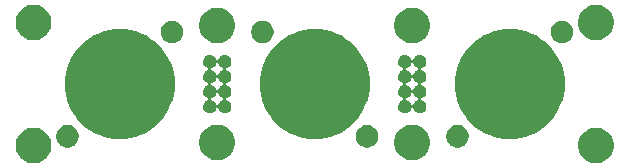
<source format=gbr>
G04 #@! TF.GenerationSoftware,KiCad,Pcbnew,(5.1.4)-1*
G04 #@! TF.CreationDate,2020-08-09T23:36:34-07:00*
G04 #@! TF.ProjectId,SkateLightLEDBoard,536b6174-654c-4696-9768-744c4544426f,rev?*
G04 #@! TF.SameCoordinates,Original*
G04 #@! TF.FileFunction,Soldermask,Bot*
G04 #@! TF.FilePolarity,Negative*
%FSLAX46Y46*%
G04 Gerber Fmt 4.6, Leading zero omitted, Abs format (unit mm)*
G04 Created by KiCad (PCBNEW (5.1.4)-1) date 2020-08-09 23:36:34*
%MOMM*%
%LPD*%
G04 APERTURE LIST*
%ADD10C,0.100000*%
G04 APERTURE END LIST*
D10*
G36*
X24107379Y-3724543D02*
G01*
X24253388Y-3753586D01*
X24528464Y-3867526D01*
X24776025Y-4032941D01*
X24986559Y-4243475D01*
X25151974Y-4491036D01*
X25265914Y-4766112D01*
X25265914Y-4766113D01*
X25318251Y-5029225D01*
X25324000Y-5058130D01*
X25324000Y-5355870D01*
X25265914Y-5647888D01*
X25151974Y-5922964D01*
X24986559Y-6170525D01*
X24776025Y-6381059D01*
X24528464Y-6546474D01*
X24253388Y-6660414D01*
X24107379Y-6689457D01*
X23961371Y-6718500D01*
X23663629Y-6718500D01*
X23517621Y-6689457D01*
X23371612Y-6660414D01*
X23096536Y-6546474D01*
X22848975Y-6381059D01*
X22638441Y-6170525D01*
X22473026Y-5922964D01*
X22359086Y-5647888D01*
X22301000Y-5355870D01*
X22301000Y-5058130D01*
X22306750Y-5029225D01*
X22359086Y-4766113D01*
X22359086Y-4766112D01*
X22473026Y-4491036D01*
X22638441Y-4243475D01*
X22848975Y-4032941D01*
X23096536Y-3867526D01*
X23371612Y-3753586D01*
X23517621Y-3724543D01*
X23663629Y-3695500D01*
X23961371Y-3695500D01*
X24107379Y-3724543D01*
X24107379Y-3724543D01*
G37*
G36*
X-23517621Y-3724543D02*
G01*
X-23371612Y-3753586D01*
X-23096536Y-3867526D01*
X-22848975Y-4032941D01*
X-22638441Y-4243475D01*
X-22473026Y-4491036D01*
X-22359086Y-4766112D01*
X-22359086Y-4766113D01*
X-22306749Y-5029225D01*
X-22301000Y-5058130D01*
X-22301000Y-5355870D01*
X-22359086Y-5647888D01*
X-22473026Y-5922964D01*
X-22638441Y-6170525D01*
X-22848975Y-6381059D01*
X-23096536Y-6546474D01*
X-23371612Y-6660414D01*
X-23517621Y-6689457D01*
X-23663629Y-6718500D01*
X-23961371Y-6718500D01*
X-24107379Y-6689457D01*
X-24253388Y-6660414D01*
X-24528464Y-6546474D01*
X-24776025Y-6381059D01*
X-24986559Y-6170525D01*
X-25151974Y-5922964D01*
X-25265914Y-5647888D01*
X-25324000Y-5355870D01*
X-25324000Y-5058130D01*
X-25318250Y-5029225D01*
X-25265914Y-4766113D01*
X-25265914Y-4766112D01*
X-25151974Y-4491036D01*
X-24986559Y-4243475D01*
X-24776025Y-4032941D01*
X-24528464Y-3867526D01*
X-24253388Y-3753586D01*
X-24107379Y-3724543D01*
X-23961371Y-3695500D01*
X-23663629Y-3695500D01*
X-23517621Y-3724543D01*
X-23517621Y-3724543D01*
G37*
G36*
X8549879Y-3470543D02*
G01*
X8695888Y-3499586D01*
X8970964Y-3613526D01*
X9218525Y-3778941D01*
X9429059Y-3989475D01*
X9594474Y-4237036D01*
X9708414Y-4512112D01*
X9766500Y-4804130D01*
X9766500Y-5101870D01*
X9708414Y-5393888D01*
X9594474Y-5668964D01*
X9429059Y-5916525D01*
X9218525Y-6127059D01*
X8970964Y-6292474D01*
X8695888Y-6406414D01*
X8549879Y-6435457D01*
X8403871Y-6464500D01*
X8106129Y-6464500D01*
X7960121Y-6435457D01*
X7814112Y-6406414D01*
X7539036Y-6292474D01*
X7291475Y-6127059D01*
X7080941Y-5916525D01*
X6915526Y-5668964D01*
X6801586Y-5393888D01*
X6743500Y-5101870D01*
X6743500Y-4804130D01*
X6801586Y-4512112D01*
X6915526Y-4237036D01*
X7080941Y-3989475D01*
X7291475Y-3778941D01*
X7539036Y-3613526D01*
X7814112Y-3499586D01*
X7960121Y-3470543D01*
X8106129Y-3441500D01*
X8403871Y-3441500D01*
X8549879Y-3470543D01*
X8549879Y-3470543D01*
G37*
G36*
X-7960121Y-3470543D02*
G01*
X-7814112Y-3499586D01*
X-7539036Y-3613526D01*
X-7291475Y-3778941D01*
X-7080941Y-3989475D01*
X-6915526Y-4237036D01*
X-6801586Y-4512112D01*
X-6743500Y-4804130D01*
X-6743500Y-5101870D01*
X-6801586Y-5393888D01*
X-6915526Y-5668964D01*
X-7080941Y-5916525D01*
X-7291475Y-6127059D01*
X-7539036Y-6292474D01*
X-7814112Y-6406414D01*
X-7960121Y-6435457D01*
X-8106129Y-6464500D01*
X-8403871Y-6464500D01*
X-8549879Y-6435457D01*
X-8695888Y-6406414D01*
X-8970964Y-6292474D01*
X-9218525Y-6127059D01*
X-9429059Y-5916525D01*
X-9594474Y-5668964D01*
X-9708414Y-5393888D01*
X-9766500Y-5101870D01*
X-9766500Y-4804130D01*
X-9708414Y-4512112D01*
X-9594474Y-4237036D01*
X-9429059Y-3989475D01*
X-9218525Y-3778941D01*
X-8970964Y-3613526D01*
X-8695888Y-3499586D01*
X-8549879Y-3470543D01*
X-8403871Y-3441500D01*
X-8106129Y-3441500D01*
X-7960121Y-3470543D01*
X-7960121Y-3470543D01*
G37*
G36*
X4700395Y-3508546D02*
G01*
X4873466Y-3580234D01*
X4873467Y-3580235D01*
X5029227Y-3684310D01*
X5161690Y-3816773D01*
X5161691Y-3816775D01*
X5265766Y-3972534D01*
X5337454Y-4145605D01*
X5374000Y-4329333D01*
X5374000Y-4516667D01*
X5337454Y-4700395D01*
X5265766Y-4873466D01*
X5265765Y-4873467D01*
X5161690Y-5029227D01*
X5029227Y-5161690D01*
X4950818Y-5214081D01*
X4873466Y-5265766D01*
X4700395Y-5337454D01*
X4516667Y-5374000D01*
X4329333Y-5374000D01*
X4145605Y-5337454D01*
X3972534Y-5265766D01*
X3895182Y-5214081D01*
X3816773Y-5161690D01*
X3684310Y-5029227D01*
X3580235Y-4873467D01*
X3580234Y-4873466D01*
X3508546Y-4700395D01*
X3472000Y-4516667D01*
X3472000Y-4329333D01*
X3508546Y-4145605D01*
X3580234Y-3972534D01*
X3684309Y-3816775D01*
X3684310Y-3816773D01*
X3816773Y-3684310D01*
X3972533Y-3580235D01*
X3972534Y-3580234D01*
X4145605Y-3508546D01*
X4329333Y-3472000D01*
X4516667Y-3472000D01*
X4700395Y-3508546D01*
X4700395Y-3508546D01*
G37*
G36*
X12364395Y-3508546D02*
G01*
X12537466Y-3580234D01*
X12537467Y-3580235D01*
X12693227Y-3684310D01*
X12825690Y-3816773D01*
X12825691Y-3816775D01*
X12929766Y-3972534D01*
X13001454Y-4145605D01*
X13038000Y-4329333D01*
X13038000Y-4516667D01*
X13001454Y-4700395D01*
X12929766Y-4873466D01*
X12929765Y-4873467D01*
X12825690Y-5029227D01*
X12693227Y-5161690D01*
X12614818Y-5214081D01*
X12537466Y-5265766D01*
X12364395Y-5337454D01*
X12180667Y-5374000D01*
X11993333Y-5374000D01*
X11809605Y-5337454D01*
X11636534Y-5265766D01*
X11559182Y-5214081D01*
X11480773Y-5161690D01*
X11348310Y-5029227D01*
X11244235Y-4873467D01*
X11244234Y-4873466D01*
X11172546Y-4700395D01*
X11136000Y-4516667D01*
X11136000Y-4329333D01*
X11172546Y-4145605D01*
X11244234Y-3972534D01*
X11348309Y-3816775D01*
X11348310Y-3816773D01*
X11480773Y-3684310D01*
X11636533Y-3580235D01*
X11636534Y-3580234D01*
X11809605Y-3508546D01*
X11993333Y-3472000D01*
X12180667Y-3472000D01*
X12364395Y-3508546D01*
X12364395Y-3508546D01*
G37*
G36*
X-20655605Y-3508546D02*
G01*
X-20482534Y-3580234D01*
X-20482533Y-3580235D01*
X-20326773Y-3684310D01*
X-20194310Y-3816773D01*
X-20194309Y-3816775D01*
X-20090234Y-3972534D01*
X-20018546Y-4145605D01*
X-19982000Y-4329333D01*
X-19982000Y-4516667D01*
X-20018546Y-4700395D01*
X-20090234Y-4873466D01*
X-20090235Y-4873467D01*
X-20194310Y-5029227D01*
X-20326773Y-5161690D01*
X-20405182Y-5214081D01*
X-20482534Y-5265766D01*
X-20655605Y-5337454D01*
X-20839333Y-5374000D01*
X-21026667Y-5374000D01*
X-21210395Y-5337454D01*
X-21383466Y-5265766D01*
X-21460818Y-5214081D01*
X-21539227Y-5161690D01*
X-21671690Y-5029227D01*
X-21775765Y-4873467D01*
X-21775766Y-4873466D01*
X-21847454Y-4700395D01*
X-21884000Y-4516667D01*
X-21884000Y-4329333D01*
X-21847454Y-4145605D01*
X-21775766Y-3972534D01*
X-21671691Y-3816775D01*
X-21671690Y-3816773D01*
X-21539227Y-3684310D01*
X-21383467Y-3580235D01*
X-21383466Y-3580234D01*
X-21210395Y-3508546D01*
X-21026667Y-3472000D01*
X-20839333Y-3472000D01*
X-20655605Y-3508546D01*
X-20655605Y-3508546D01*
G37*
G36*
X-15153354Y4472265D02*
G01*
X-14808291Y4329335D01*
X-14306925Y4121663D01*
X-13756060Y3753586D01*
X-13546445Y3613526D01*
X-13545160Y3612667D01*
X-12897333Y2964840D01*
X-12388337Y2203075D01*
X-12207350Y1766133D01*
X-12037735Y1356646D01*
X-11859000Y458085D01*
X-11859000Y-458085D01*
X-12037735Y-1356646D01*
X-12155192Y-1640211D01*
X-12388337Y-2203075D01*
X-12796087Y-2813315D01*
X-12897332Y-2964839D01*
X-13545161Y-3612668D01*
X-13652381Y-3684310D01*
X-14306925Y-4121663D01*
X-14802751Y-4327041D01*
X-15153354Y-4472265D01*
X-16051915Y-4651000D01*
X-16968085Y-4651000D01*
X-17866646Y-4472265D01*
X-18217249Y-4327041D01*
X-18713075Y-4121663D01*
X-19367619Y-3684310D01*
X-19474839Y-3612668D01*
X-20122668Y-2964839D01*
X-20223913Y-2813315D01*
X-20631663Y-2203075D01*
X-20864808Y-1640211D01*
X-20982265Y-1356646D01*
X-21161000Y-458085D01*
X-21161000Y458085D01*
X-20982265Y1356646D01*
X-20812650Y1766133D01*
X-20631663Y2203075D01*
X-20122667Y2964840D01*
X-19474840Y3612667D01*
X-19473554Y3613526D01*
X-19263940Y3753586D01*
X-18713075Y4121663D01*
X-18211709Y4329335D01*
X-17866646Y4472265D01*
X-16968085Y4651000D01*
X-16051915Y4651000D01*
X-15153354Y4472265D01*
X-15153354Y4472265D01*
G37*
G36*
X17866646Y4472265D02*
G01*
X18211709Y4329335D01*
X18713075Y4121663D01*
X19263940Y3753586D01*
X19473555Y3613526D01*
X19474840Y3612667D01*
X20122667Y2964840D01*
X20631663Y2203075D01*
X20812650Y1766133D01*
X20982265Y1356646D01*
X21161000Y458085D01*
X21161000Y-458085D01*
X20982265Y-1356646D01*
X20864808Y-1640211D01*
X20631663Y-2203075D01*
X20223913Y-2813315D01*
X20122668Y-2964839D01*
X19474839Y-3612668D01*
X19367619Y-3684310D01*
X18713075Y-4121663D01*
X18217249Y-4327041D01*
X17866646Y-4472265D01*
X16968085Y-4651000D01*
X16051915Y-4651000D01*
X15153354Y-4472265D01*
X14802751Y-4327041D01*
X14306925Y-4121663D01*
X13652381Y-3684310D01*
X13545161Y-3612668D01*
X12897332Y-2964839D01*
X12796087Y-2813315D01*
X12388337Y-2203075D01*
X12155192Y-1640211D01*
X12037735Y-1356646D01*
X11859000Y-458085D01*
X11859000Y458085D01*
X12037735Y1356646D01*
X12207350Y1766133D01*
X12388337Y2203075D01*
X12897333Y2964840D01*
X13545160Y3612667D01*
X13546446Y3613526D01*
X13756060Y3753586D01*
X14306925Y4121663D01*
X14808291Y4329335D01*
X15153354Y4472265D01*
X16051915Y4651000D01*
X16968085Y4651000D01*
X17866646Y4472265D01*
X17866646Y4472265D01*
G37*
G36*
X1356646Y4472265D02*
G01*
X1701709Y4329335D01*
X2203075Y4121663D01*
X2753940Y3753586D01*
X2963555Y3613526D01*
X2964840Y3612667D01*
X3612667Y2964840D01*
X4121663Y2203075D01*
X4302650Y1766133D01*
X4472265Y1356646D01*
X4651000Y458085D01*
X4651000Y-458085D01*
X4472265Y-1356646D01*
X4354808Y-1640211D01*
X4121663Y-2203075D01*
X3713913Y-2813315D01*
X3612668Y-2964839D01*
X2964839Y-3612668D01*
X2857619Y-3684310D01*
X2203075Y-4121663D01*
X1707249Y-4327041D01*
X1356646Y-4472265D01*
X458085Y-4651000D01*
X-458085Y-4651000D01*
X-1356646Y-4472265D01*
X-1707249Y-4327041D01*
X-2203075Y-4121663D01*
X-2857619Y-3684310D01*
X-2964839Y-3612668D01*
X-3612668Y-2964839D01*
X-3713913Y-2813315D01*
X-4121663Y-2203075D01*
X-4354808Y-1640211D01*
X-4472265Y-1356646D01*
X-4651000Y-458085D01*
X-4651000Y458085D01*
X-4472265Y1356646D01*
X-4302650Y1766133D01*
X-4121663Y2203075D01*
X-3612667Y2964840D01*
X-2964840Y3612667D01*
X-2963554Y3613526D01*
X-2753940Y3753586D01*
X-2203075Y4121663D01*
X-1701709Y4329335D01*
X-1356646Y4472265D01*
X-458085Y4651000D01*
X458085Y4651000D01*
X1356646Y4472265D01*
X1356646Y4472265D01*
G37*
G36*
X7783051Y2442520D02*
G01*
X7833920Y2421449D01*
X7884786Y2400380D01*
X7976342Y2339204D01*
X8054204Y2261342D01*
X8115380Y2169786D01*
X8139516Y2111515D01*
X8151068Y2089905D01*
X8166613Y2070963D01*
X8185555Y2055418D01*
X8207166Y2043867D01*
X8230615Y2036754D01*
X8255001Y2034352D01*
X8279387Y2036754D01*
X8302836Y2043867D01*
X8324446Y2055419D01*
X8343388Y2070964D01*
X8358933Y2089906D01*
X8370484Y2111515D01*
X8394620Y2169786D01*
X8455796Y2261342D01*
X8533658Y2339204D01*
X8625214Y2400380D01*
X8676080Y2421449D01*
X8726949Y2442520D01*
X8834941Y2464000D01*
X8945059Y2464000D01*
X9053051Y2442520D01*
X9103920Y2421449D01*
X9154786Y2400380D01*
X9246342Y2339204D01*
X9324204Y2261342D01*
X9385380Y2169786D01*
X9406449Y2118920D01*
X9427520Y2068051D01*
X9449000Y1960059D01*
X9449000Y1849941D01*
X9427520Y1741949D01*
X9418467Y1720094D01*
X9385380Y1640214D01*
X9324204Y1548658D01*
X9246342Y1470796D01*
X9154786Y1409620D01*
X9096515Y1385484D01*
X9074905Y1373932D01*
X9055963Y1358387D01*
X9040418Y1339445D01*
X9028867Y1317834D01*
X9021754Y1294385D01*
X9019352Y1269999D01*
X9021754Y1245613D01*
X9028867Y1222164D01*
X9040419Y1200554D01*
X9055964Y1181612D01*
X9074906Y1166067D01*
X9096513Y1154517D01*
X9154786Y1130380D01*
X9246342Y1069204D01*
X9324204Y991342D01*
X9385380Y899786D01*
X9406449Y848920D01*
X9427520Y798051D01*
X9449000Y690059D01*
X9449000Y579941D01*
X9427520Y471949D01*
X9418467Y450094D01*
X9385380Y370214D01*
X9324204Y278658D01*
X9246342Y200796D01*
X9154786Y139620D01*
X9096515Y115484D01*
X9074905Y103932D01*
X9055963Y88387D01*
X9040418Y69445D01*
X9028867Y47834D01*
X9021754Y24385D01*
X9019352Y-1D01*
X9021754Y-24387D01*
X9028867Y-47836D01*
X9040419Y-69446D01*
X9055964Y-88388D01*
X9074906Y-103933D01*
X9096513Y-115483D01*
X9154786Y-139620D01*
X9246342Y-200796D01*
X9324204Y-278658D01*
X9385380Y-370214D01*
X9406449Y-421080D01*
X9427520Y-471949D01*
X9449000Y-579941D01*
X9449000Y-690059D01*
X9427520Y-798051D01*
X9418467Y-819906D01*
X9385380Y-899786D01*
X9324204Y-991342D01*
X9246342Y-1069204D01*
X9154786Y-1130380D01*
X9096515Y-1154516D01*
X9074905Y-1166068D01*
X9055963Y-1181613D01*
X9040418Y-1200555D01*
X9028867Y-1222166D01*
X9021754Y-1245615D01*
X9019352Y-1270001D01*
X9021754Y-1294387D01*
X9028867Y-1317836D01*
X9040419Y-1339446D01*
X9055964Y-1358388D01*
X9074906Y-1373933D01*
X9096513Y-1385483D01*
X9154786Y-1409620D01*
X9246342Y-1470796D01*
X9324204Y-1548658D01*
X9385380Y-1640214D01*
X9406449Y-1691080D01*
X9427520Y-1741949D01*
X9449000Y-1849941D01*
X9449000Y-1960059D01*
X9427520Y-2068051D01*
X9418467Y-2089906D01*
X9385380Y-2169786D01*
X9324204Y-2261342D01*
X9246342Y-2339204D01*
X9154786Y-2400380D01*
X9103920Y-2421449D01*
X9053051Y-2442520D01*
X8945059Y-2464000D01*
X8834941Y-2464000D01*
X8726949Y-2442520D01*
X8676080Y-2421449D01*
X8625214Y-2400380D01*
X8533658Y-2339204D01*
X8455796Y-2261342D01*
X8394620Y-2169786D01*
X8370483Y-2111513D01*
X8358932Y-2089905D01*
X8343387Y-2070963D01*
X8324445Y-2055418D01*
X8302834Y-2043867D01*
X8279385Y-2036754D01*
X8254999Y-2034352D01*
X8230613Y-2036754D01*
X8207164Y-2043867D01*
X8185554Y-2055419D01*
X8166612Y-2070964D01*
X8151067Y-2089906D01*
X8139517Y-2111513D01*
X8115380Y-2169786D01*
X8054204Y-2261342D01*
X7976342Y-2339204D01*
X7884786Y-2400380D01*
X7833920Y-2421449D01*
X7783051Y-2442520D01*
X7675059Y-2464000D01*
X7564941Y-2464000D01*
X7456949Y-2442520D01*
X7406080Y-2421449D01*
X7355214Y-2400380D01*
X7263658Y-2339204D01*
X7185796Y-2261342D01*
X7124620Y-2169786D01*
X7091533Y-2089906D01*
X7082480Y-2068051D01*
X7061000Y-1960059D01*
X7061000Y-1849941D01*
X7082480Y-1741949D01*
X7103551Y-1691080D01*
X7124620Y-1640214D01*
X7185796Y-1548658D01*
X7263658Y-1470796D01*
X7355214Y-1409620D01*
X7413487Y-1385483D01*
X7435095Y-1373932D01*
X7454037Y-1358387D01*
X7469582Y-1339445D01*
X7481133Y-1317834D01*
X7488246Y-1294385D01*
X7490647Y-1270001D01*
X7749352Y-1270001D01*
X7751754Y-1294387D01*
X7758867Y-1317836D01*
X7770419Y-1339446D01*
X7785964Y-1358388D01*
X7804906Y-1373933D01*
X7826513Y-1385483D01*
X7884786Y-1409620D01*
X7976342Y-1470796D01*
X8054204Y-1548658D01*
X8115380Y-1640214D01*
X8139516Y-1698485D01*
X8151068Y-1720095D01*
X8166613Y-1739037D01*
X8185555Y-1754582D01*
X8207166Y-1766133D01*
X8230615Y-1773246D01*
X8255001Y-1775648D01*
X8279387Y-1773246D01*
X8302836Y-1766133D01*
X8324446Y-1754581D01*
X8343388Y-1739036D01*
X8358933Y-1720094D01*
X8370484Y-1698485D01*
X8394620Y-1640214D01*
X8455796Y-1548658D01*
X8533658Y-1470796D01*
X8625214Y-1409620D01*
X8683487Y-1385483D01*
X8705095Y-1373932D01*
X8724037Y-1358387D01*
X8739582Y-1339445D01*
X8751133Y-1317834D01*
X8758246Y-1294385D01*
X8760648Y-1269999D01*
X8758246Y-1245613D01*
X8751133Y-1222164D01*
X8739581Y-1200554D01*
X8724036Y-1181612D01*
X8705094Y-1166067D01*
X8683485Y-1154516D01*
X8625214Y-1130380D01*
X8533658Y-1069204D01*
X8455796Y-991342D01*
X8394620Y-899786D01*
X8370483Y-841513D01*
X8358932Y-819905D01*
X8343387Y-800963D01*
X8324445Y-785418D01*
X8302834Y-773867D01*
X8279385Y-766754D01*
X8254999Y-764352D01*
X8230613Y-766754D01*
X8207164Y-773867D01*
X8185554Y-785419D01*
X8166612Y-800964D01*
X8151067Y-819906D01*
X8139517Y-841513D01*
X8115380Y-899786D01*
X8054204Y-991342D01*
X7976342Y-1069204D01*
X7884786Y-1130380D01*
X7826515Y-1154516D01*
X7804905Y-1166068D01*
X7785963Y-1181613D01*
X7770418Y-1200555D01*
X7758867Y-1222166D01*
X7751754Y-1245615D01*
X7749352Y-1270001D01*
X7490647Y-1270001D01*
X7490648Y-1269999D01*
X7488246Y-1245613D01*
X7481133Y-1222164D01*
X7469581Y-1200554D01*
X7454036Y-1181612D01*
X7435094Y-1166067D01*
X7413485Y-1154516D01*
X7355214Y-1130380D01*
X7263658Y-1069204D01*
X7185796Y-991342D01*
X7124620Y-899786D01*
X7091533Y-819906D01*
X7082480Y-798051D01*
X7061000Y-690059D01*
X7061000Y-579941D01*
X7082480Y-471949D01*
X7103551Y-421080D01*
X7124620Y-370214D01*
X7185796Y-278658D01*
X7263658Y-200796D01*
X7355214Y-139620D01*
X7413487Y-115483D01*
X7435095Y-103932D01*
X7454037Y-88387D01*
X7469582Y-69445D01*
X7481133Y-47834D01*
X7488246Y-24385D01*
X7490647Y-1D01*
X7749352Y-1D01*
X7751754Y-24387D01*
X7758867Y-47836D01*
X7770419Y-69446D01*
X7785964Y-88388D01*
X7804906Y-103933D01*
X7826513Y-115483D01*
X7884786Y-139620D01*
X7976342Y-200796D01*
X8054204Y-278658D01*
X8115380Y-370214D01*
X8139516Y-428485D01*
X8151068Y-450095D01*
X8166613Y-469037D01*
X8185555Y-484582D01*
X8207166Y-496133D01*
X8230615Y-503246D01*
X8255001Y-505648D01*
X8279387Y-503246D01*
X8302836Y-496133D01*
X8324446Y-484581D01*
X8343388Y-469036D01*
X8358933Y-450094D01*
X8370484Y-428485D01*
X8394620Y-370214D01*
X8455796Y-278658D01*
X8533658Y-200796D01*
X8625214Y-139620D01*
X8683487Y-115483D01*
X8705095Y-103932D01*
X8724037Y-88387D01*
X8739582Y-69445D01*
X8751133Y-47834D01*
X8758246Y-24385D01*
X8760648Y1D01*
X8758246Y24387D01*
X8751133Y47836D01*
X8739581Y69446D01*
X8724036Y88388D01*
X8705094Y103933D01*
X8683485Y115484D01*
X8625214Y139620D01*
X8533658Y200796D01*
X8455796Y278658D01*
X8394620Y370214D01*
X8370483Y428487D01*
X8358932Y450095D01*
X8343387Y469037D01*
X8324445Y484582D01*
X8302834Y496133D01*
X8279385Y503246D01*
X8254999Y505648D01*
X8230613Y503246D01*
X8207164Y496133D01*
X8185554Y484581D01*
X8166612Y469036D01*
X8151067Y450094D01*
X8139517Y428487D01*
X8115380Y370214D01*
X8054204Y278658D01*
X7976342Y200796D01*
X7884786Y139620D01*
X7826515Y115484D01*
X7804905Y103932D01*
X7785963Y88387D01*
X7770418Y69445D01*
X7758867Y47834D01*
X7751754Y24385D01*
X7749352Y-1D01*
X7490647Y-1D01*
X7490648Y1D01*
X7488246Y24387D01*
X7481133Y47836D01*
X7469581Y69446D01*
X7454036Y88388D01*
X7435094Y103933D01*
X7413485Y115484D01*
X7355214Y139620D01*
X7263658Y200796D01*
X7185796Y278658D01*
X7124620Y370214D01*
X7091533Y450094D01*
X7082480Y471949D01*
X7061000Y579941D01*
X7061000Y690059D01*
X7082480Y798051D01*
X7103551Y848920D01*
X7124620Y899786D01*
X7185796Y991342D01*
X7263658Y1069204D01*
X7355214Y1130380D01*
X7413487Y1154517D01*
X7435095Y1166068D01*
X7454037Y1181613D01*
X7469582Y1200555D01*
X7481133Y1222166D01*
X7488246Y1245615D01*
X7490647Y1269999D01*
X7749352Y1269999D01*
X7751754Y1245613D01*
X7758867Y1222164D01*
X7770419Y1200554D01*
X7785964Y1181612D01*
X7804906Y1166067D01*
X7826513Y1154517D01*
X7884786Y1130380D01*
X7976342Y1069204D01*
X8054204Y991342D01*
X8115380Y899786D01*
X8139516Y841515D01*
X8151068Y819905D01*
X8166613Y800963D01*
X8185555Y785418D01*
X8207166Y773867D01*
X8230615Y766754D01*
X8255001Y764352D01*
X8279387Y766754D01*
X8302836Y773867D01*
X8324446Y785419D01*
X8343388Y800964D01*
X8358933Y819906D01*
X8370484Y841515D01*
X8394620Y899786D01*
X8455796Y991342D01*
X8533658Y1069204D01*
X8625214Y1130380D01*
X8683487Y1154517D01*
X8705095Y1166068D01*
X8724037Y1181613D01*
X8739582Y1200555D01*
X8751133Y1222166D01*
X8758246Y1245615D01*
X8760648Y1270001D01*
X8758246Y1294387D01*
X8751133Y1317836D01*
X8739581Y1339446D01*
X8724036Y1358388D01*
X8705094Y1373933D01*
X8683485Y1385484D01*
X8625214Y1409620D01*
X8533658Y1470796D01*
X8455796Y1548658D01*
X8394620Y1640214D01*
X8370483Y1698487D01*
X8358932Y1720095D01*
X8343387Y1739037D01*
X8324445Y1754582D01*
X8302834Y1766133D01*
X8279385Y1773246D01*
X8254999Y1775648D01*
X8230613Y1773246D01*
X8207164Y1766133D01*
X8185554Y1754581D01*
X8166612Y1739036D01*
X8151067Y1720094D01*
X8139517Y1698487D01*
X8115380Y1640214D01*
X8054204Y1548658D01*
X7976342Y1470796D01*
X7884786Y1409620D01*
X7826515Y1385484D01*
X7804905Y1373932D01*
X7785963Y1358387D01*
X7770418Y1339445D01*
X7758867Y1317834D01*
X7751754Y1294385D01*
X7749352Y1269999D01*
X7490647Y1269999D01*
X7490648Y1270001D01*
X7488246Y1294387D01*
X7481133Y1317836D01*
X7469581Y1339446D01*
X7454036Y1358388D01*
X7435094Y1373933D01*
X7413485Y1385484D01*
X7355214Y1409620D01*
X7263658Y1470796D01*
X7185796Y1548658D01*
X7124620Y1640214D01*
X7091533Y1720094D01*
X7082480Y1741949D01*
X7061000Y1849941D01*
X7061000Y1960059D01*
X7082480Y2068051D01*
X7103551Y2118920D01*
X7124620Y2169786D01*
X7185796Y2261342D01*
X7263658Y2339204D01*
X7355214Y2400380D01*
X7406080Y2421449D01*
X7456949Y2442520D01*
X7564941Y2464000D01*
X7675059Y2464000D01*
X7783051Y2442520D01*
X7783051Y2442520D01*
G37*
G36*
X-8726949Y2442520D02*
G01*
X-8676080Y2421449D01*
X-8625214Y2400380D01*
X-8533658Y2339204D01*
X-8455796Y2261342D01*
X-8394620Y2169786D01*
X-8370484Y2111515D01*
X-8358932Y2089905D01*
X-8343387Y2070963D01*
X-8324445Y2055418D01*
X-8302834Y2043867D01*
X-8279385Y2036754D01*
X-8254999Y2034352D01*
X-8230613Y2036754D01*
X-8207164Y2043867D01*
X-8185554Y2055419D01*
X-8166612Y2070964D01*
X-8151067Y2089906D01*
X-8139516Y2111515D01*
X-8115380Y2169786D01*
X-8054204Y2261342D01*
X-7976342Y2339204D01*
X-7884786Y2400380D01*
X-7833920Y2421449D01*
X-7783051Y2442520D01*
X-7675059Y2464000D01*
X-7564941Y2464000D01*
X-7456949Y2442520D01*
X-7406080Y2421449D01*
X-7355214Y2400380D01*
X-7263658Y2339204D01*
X-7185796Y2261342D01*
X-7124620Y2169786D01*
X-7103551Y2118920D01*
X-7082480Y2068051D01*
X-7061000Y1960059D01*
X-7061000Y1849941D01*
X-7082480Y1741949D01*
X-7091533Y1720094D01*
X-7124620Y1640214D01*
X-7185796Y1548658D01*
X-7263658Y1470796D01*
X-7355214Y1409620D01*
X-7413485Y1385484D01*
X-7435095Y1373932D01*
X-7454037Y1358387D01*
X-7469582Y1339445D01*
X-7481133Y1317834D01*
X-7488246Y1294385D01*
X-7490648Y1269999D01*
X-7488246Y1245613D01*
X-7481133Y1222164D01*
X-7469581Y1200554D01*
X-7454036Y1181612D01*
X-7435094Y1166067D01*
X-7413487Y1154517D01*
X-7355214Y1130380D01*
X-7263658Y1069204D01*
X-7185796Y991342D01*
X-7124620Y899786D01*
X-7103551Y848920D01*
X-7082480Y798051D01*
X-7061000Y690059D01*
X-7061000Y579941D01*
X-7082480Y471949D01*
X-7091533Y450094D01*
X-7124620Y370214D01*
X-7185796Y278658D01*
X-7263658Y200796D01*
X-7355214Y139620D01*
X-7413485Y115484D01*
X-7435095Y103932D01*
X-7454037Y88387D01*
X-7469582Y69445D01*
X-7481133Y47834D01*
X-7488246Y24385D01*
X-7490648Y-1D01*
X-7488246Y-24387D01*
X-7481133Y-47836D01*
X-7469581Y-69446D01*
X-7454036Y-88388D01*
X-7435094Y-103933D01*
X-7413487Y-115483D01*
X-7355214Y-139620D01*
X-7263658Y-200796D01*
X-7185796Y-278658D01*
X-7124620Y-370214D01*
X-7103551Y-421080D01*
X-7082480Y-471949D01*
X-7061000Y-579941D01*
X-7061000Y-690059D01*
X-7082480Y-798051D01*
X-7091533Y-819906D01*
X-7124620Y-899786D01*
X-7185796Y-991342D01*
X-7263658Y-1069204D01*
X-7355214Y-1130380D01*
X-7413485Y-1154516D01*
X-7435095Y-1166068D01*
X-7454037Y-1181613D01*
X-7469582Y-1200555D01*
X-7481133Y-1222166D01*
X-7488246Y-1245615D01*
X-7490648Y-1270001D01*
X-7488246Y-1294387D01*
X-7481133Y-1317836D01*
X-7469581Y-1339446D01*
X-7454036Y-1358388D01*
X-7435094Y-1373933D01*
X-7413487Y-1385483D01*
X-7355214Y-1409620D01*
X-7263658Y-1470796D01*
X-7185796Y-1548658D01*
X-7124620Y-1640214D01*
X-7103551Y-1691080D01*
X-7082480Y-1741949D01*
X-7061000Y-1849941D01*
X-7061000Y-1960059D01*
X-7082480Y-2068051D01*
X-7091533Y-2089906D01*
X-7124620Y-2169786D01*
X-7185796Y-2261342D01*
X-7263658Y-2339204D01*
X-7355214Y-2400380D01*
X-7406080Y-2421449D01*
X-7456949Y-2442520D01*
X-7564941Y-2464000D01*
X-7675059Y-2464000D01*
X-7783051Y-2442520D01*
X-7833920Y-2421449D01*
X-7884786Y-2400380D01*
X-7976342Y-2339204D01*
X-8054204Y-2261342D01*
X-8115380Y-2169786D01*
X-8139517Y-2111513D01*
X-8151068Y-2089905D01*
X-8166613Y-2070963D01*
X-8185555Y-2055418D01*
X-8207166Y-2043867D01*
X-8230615Y-2036754D01*
X-8255001Y-2034352D01*
X-8279387Y-2036754D01*
X-8302836Y-2043867D01*
X-8324446Y-2055419D01*
X-8343388Y-2070964D01*
X-8358933Y-2089906D01*
X-8370483Y-2111513D01*
X-8394620Y-2169786D01*
X-8455796Y-2261342D01*
X-8533658Y-2339204D01*
X-8625214Y-2400380D01*
X-8676080Y-2421449D01*
X-8726949Y-2442520D01*
X-8834941Y-2464000D01*
X-8945059Y-2464000D01*
X-9053051Y-2442520D01*
X-9103920Y-2421449D01*
X-9154786Y-2400380D01*
X-9246342Y-2339204D01*
X-9324204Y-2261342D01*
X-9385380Y-2169786D01*
X-9418467Y-2089906D01*
X-9427520Y-2068051D01*
X-9449000Y-1960059D01*
X-9449000Y-1849941D01*
X-9427520Y-1741949D01*
X-9406449Y-1691080D01*
X-9385380Y-1640214D01*
X-9324204Y-1548658D01*
X-9246342Y-1470796D01*
X-9154786Y-1409620D01*
X-9096513Y-1385483D01*
X-9074905Y-1373932D01*
X-9055963Y-1358387D01*
X-9040418Y-1339445D01*
X-9028867Y-1317834D01*
X-9021754Y-1294385D01*
X-9019353Y-1270001D01*
X-8760648Y-1270001D01*
X-8758246Y-1294387D01*
X-8751133Y-1317836D01*
X-8739581Y-1339446D01*
X-8724036Y-1358388D01*
X-8705094Y-1373933D01*
X-8683487Y-1385483D01*
X-8625214Y-1409620D01*
X-8533658Y-1470796D01*
X-8455796Y-1548658D01*
X-8394620Y-1640214D01*
X-8370484Y-1698485D01*
X-8358932Y-1720095D01*
X-8343387Y-1739037D01*
X-8324445Y-1754582D01*
X-8302834Y-1766133D01*
X-8279385Y-1773246D01*
X-8254999Y-1775648D01*
X-8230613Y-1773246D01*
X-8207164Y-1766133D01*
X-8185554Y-1754581D01*
X-8166612Y-1739036D01*
X-8151067Y-1720094D01*
X-8139516Y-1698485D01*
X-8115380Y-1640214D01*
X-8054204Y-1548658D01*
X-7976342Y-1470796D01*
X-7884786Y-1409620D01*
X-7826513Y-1385483D01*
X-7804905Y-1373932D01*
X-7785963Y-1358387D01*
X-7770418Y-1339445D01*
X-7758867Y-1317834D01*
X-7751754Y-1294385D01*
X-7749352Y-1269999D01*
X-7751754Y-1245613D01*
X-7758867Y-1222164D01*
X-7770419Y-1200554D01*
X-7785964Y-1181612D01*
X-7804906Y-1166067D01*
X-7826515Y-1154516D01*
X-7884786Y-1130380D01*
X-7976342Y-1069204D01*
X-8054204Y-991342D01*
X-8115380Y-899786D01*
X-8139517Y-841513D01*
X-8151068Y-819905D01*
X-8166613Y-800963D01*
X-8185555Y-785418D01*
X-8207166Y-773867D01*
X-8230615Y-766754D01*
X-8255001Y-764352D01*
X-8279387Y-766754D01*
X-8302836Y-773867D01*
X-8324446Y-785419D01*
X-8343388Y-800964D01*
X-8358933Y-819906D01*
X-8370483Y-841513D01*
X-8394620Y-899786D01*
X-8455796Y-991342D01*
X-8533658Y-1069204D01*
X-8625214Y-1130380D01*
X-8683485Y-1154516D01*
X-8705095Y-1166068D01*
X-8724037Y-1181613D01*
X-8739582Y-1200555D01*
X-8751133Y-1222166D01*
X-8758246Y-1245615D01*
X-8760648Y-1270001D01*
X-9019353Y-1270001D01*
X-9019352Y-1269999D01*
X-9021754Y-1245613D01*
X-9028867Y-1222164D01*
X-9040419Y-1200554D01*
X-9055964Y-1181612D01*
X-9074906Y-1166067D01*
X-9096515Y-1154516D01*
X-9154786Y-1130380D01*
X-9246342Y-1069204D01*
X-9324204Y-991342D01*
X-9385380Y-899786D01*
X-9418467Y-819906D01*
X-9427520Y-798051D01*
X-9449000Y-690059D01*
X-9449000Y-579941D01*
X-9427520Y-471949D01*
X-9406449Y-421080D01*
X-9385380Y-370214D01*
X-9324204Y-278658D01*
X-9246342Y-200796D01*
X-9154786Y-139620D01*
X-9096513Y-115483D01*
X-9074905Y-103932D01*
X-9055963Y-88387D01*
X-9040418Y-69445D01*
X-9028867Y-47834D01*
X-9021754Y-24385D01*
X-9019353Y-1D01*
X-8760648Y-1D01*
X-8758246Y-24387D01*
X-8751133Y-47836D01*
X-8739581Y-69446D01*
X-8724036Y-88388D01*
X-8705094Y-103933D01*
X-8683487Y-115483D01*
X-8625214Y-139620D01*
X-8533658Y-200796D01*
X-8455796Y-278658D01*
X-8394620Y-370214D01*
X-8370484Y-428485D01*
X-8358932Y-450095D01*
X-8343387Y-469037D01*
X-8324445Y-484582D01*
X-8302834Y-496133D01*
X-8279385Y-503246D01*
X-8254999Y-505648D01*
X-8230613Y-503246D01*
X-8207164Y-496133D01*
X-8185554Y-484581D01*
X-8166612Y-469036D01*
X-8151067Y-450094D01*
X-8139516Y-428485D01*
X-8115380Y-370214D01*
X-8054204Y-278658D01*
X-7976342Y-200796D01*
X-7884786Y-139620D01*
X-7826513Y-115483D01*
X-7804905Y-103932D01*
X-7785963Y-88387D01*
X-7770418Y-69445D01*
X-7758867Y-47834D01*
X-7751754Y-24385D01*
X-7749352Y1D01*
X-7751754Y24387D01*
X-7758867Y47836D01*
X-7770419Y69446D01*
X-7785964Y88388D01*
X-7804906Y103933D01*
X-7826515Y115484D01*
X-7884786Y139620D01*
X-7976342Y200796D01*
X-8054204Y278658D01*
X-8115380Y370214D01*
X-8139517Y428487D01*
X-8151068Y450095D01*
X-8166613Y469037D01*
X-8185555Y484582D01*
X-8207166Y496133D01*
X-8230615Y503246D01*
X-8255001Y505648D01*
X-8279387Y503246D01*
X-8302836Y496133D01*
X-8324446Y484581D01*
X-8343388Y469036D01*
X-8358933Y450094D01*
X-8370483Y428487D01*
X-8394620Y370214D01*
X-8455796Y278658D01*
X-8533658Y200796D01*
X-8625214Y139620D01*
X-8683485Y115484D01*
X-8705095Y103932D01*
X-8724037Y88387D01*
X-8739582Y69445D01*
X-8751133Y47834D01*
X-8758246Y24385D01*
X-8760648Y-1D01*
X-9019353Y-1D01*
X-9019352Y1D01*
X-9021754Y24387D01*
X-9028867Y47836D01*
X-9040419Y69446D01*
X-9055964Y88388D01*
X-9074906Y103933D01*
X-9096515Y115484D01*
X-9154786Y139620D01*
X-9246342Y200796D01*
X-9324204Y278658D01*
X-9385380Y370214D01*
X-9418467Y450094D01*
X-9427520Y471949D01*
X-9449000Y579941D01*
X-9449000Y690059D01*
X-9427520Y798051D01*
X-9406449Y848920D01*
X-9385380Y899786D01*
X-9324204Y991342D01*
X-9246342Y1069204D01*
X-9154786Y1130380D01*
X-9096513Y1154517D01*
X-9074905Y1166068D01*
X-9055963Y1181613D01*
X-9040418Y1200555D01*
X-9028867Y1222166D01*
X-9021754Y1245615D01*
X-9019353Y1269999D01*
X-8760648Y1269999D01*
X-8758246Y1245613D01*
X-8751133Y1222164D01*
X-8739581Y1200554D01*
X-8724036Y1181612D01*
X-8705094Y1166067D01*
X-8683487Y1154517D01*
X-8625214Y1130380D01*
X-8533658Y1069204D01*
X-8455796Y991342D01*
X-8394620Y899786D01*
X-8370484Y841515D01*
X-8358932Y819905D01*
X-8343387Y800963D01*
X-8324445Y785418D01*
X-8302834Y773867D01*
X-8279385Y766754D01*
X-8254999Y764352D01*
X-8230613Y766754D01*
X-8207164Y773867D01*
X-8185554Y785419D01*
X-8166612Y800964D01*
X-8151067Y819906D01*
X-8139516Y841515D01*
X-8115380Y899786D01*
X-8054204Y991342D01*
X-7976342Y1069204D01*
X-7884786Y1130380D01*
X-7826513Y1154517D01*
X-7804905Y1166068D01*
X-7785963Y1181613D01*
X-7770418Y1200555D01*
X-7758867Y1222166D01*
X-7751754Y1245615D01*
X-7749352Y1270001D01*
X-7751754Y1294387D01*
X-7758867Y1317836D01*
X-7770419Y1339446D01*
X-7785964Y1358388D01*
X-7804906Y1373933D01*
X-7826515Y1385484D01*
X-7884786Y1409620D01*
X-7976342Y1470796D01*
X-8054204Y1548658D01*
X-8115380Y1640214D01*
X-8139517Y1698487D01*
X-8151068Y1720095D01*
X-8166613Y1739037D01*
X-8185555Y1754582D01*
X-8207166Y1766133D01*
X-8230615Y1773246D01*
X-8255001Y1775648D01*
X-8279387Y1773246D01*
X-8302836Y1766133D01*
X-8324446Y1754581D01*
X-8343388Y1739036D01*
X-8358933Y1720094D01*
X-8370483Y1698487D01*
X-8394620Y1640214D01*
X-8455796Y1548658D01*
X-8533658Y1470796D01*
X-8625214Y1409620D01*
X-8683485Y1385484D01*
X-8705095Y1373932D01*
X-8724037Y1358387D01*
X-8739582Y1339445D01*
X-8751133Y1317834D01*
X-8758246Y1294385D01*
X-8760648Y1269999D01*
X-9019353Y1269999D01*
X-9019352Y1270001D01*
X-9021754Y1294387D01*
X-9028867Y1317836D01*
X-9040419Y1339446D01*
X-9055964Y1358388D01*
X-9074906Y1373933D01*
X-9096515Y1385484D01*
X-9154786Y1409620D01*
X-9246342Y1470796D01*
X-9324204Y1548658D01*
X-9385380Y1640214D01*
X-9418467Y1720094D01*
X-9427520Y1741949D01*
X-9449000Y1849941D01*
X-9449000Y1960059D01*
X-9427520Y2068051D01*
X-9406449Y2118920D01*
X-9385380Y2169786D01*
X-9324204Y2261342D01*
X-9246342Y2339204D01*
X-9154786Y2400380D01*
X-9103920Y2421449D01*
X-9053051Y2442520D01*
X-8945059Y2464000D01*
X-8834941Y2464000D01*
X-8726949Y2442520D01*
X-8726949Y2442520D01*
G37*
G36*
X-7960121Y6435457D02*
G01*
X-7814112Y6406414D01*
X-7539036Y6292474D01*
X-7291475Y6127059D01*
X-7080941Y5916525D01*
X-6915526Y5668964D01*
X-6801586Y5393888D01*
X-6743500Y5101870D01*
X-6743500Y4804130D01*
X-6801586Y4512112D01*
X-6915526Y4237036D01*
X-7080941Y3989475D01*
X-7291475Y3778941D01*
X-7539036Y3613526D01*
X-7814112Y3499586D01*
X-7952796Y3472000D01*
X-8106129Y3441500D01*
X-8403871Y3441500D01*
X-8557204Y3472000D01*
X-8695888Y3499586D01*
X-8970964Y3613526D01*
X-9218525Y3778941D01*
X-9429059Y3989475D01*
X-9594474Y4237036D01*
X-9708414Y4512112D01*
X-9766500Y4804130D01*
X-9766500Y5101870D01*
X-9708414Y5393888D01*
X-9594474Y5668964D01*
X-9429059Y5916525D01*
X-9218525Y6127059D01*
X-8970964Y6292474D01*
X-8695888Y6406414D01*
X-8549879Y6435457D01*
X-8403871Y6464500D01*
X-8106129Y6464500D01*
X-7960121Y6435457D01*
X-7960121Y6435457D01*
G37*
G36*
X8549879Y6435457D02*
G01*
X8695888Y6406414D01*
X8970964Y6292474D01*
X9218525Y6127059D01*
X9429059Y5916525D01*
X9594474Y5668964D01*
X9708414Y5393888D01*
X9766500Y5101870D01*
X9766500Y4804130D01*
X9708414Y4512112D01*
X9594474Y4237036D01*
X9429059Y3989475D01*
X9218525Y3778941D01*
X8970964Y3613526D01*
X8695888Y3499586D01*
X8557204Y3472000D01*
X8403871Y3441500D01*
X8106129Y3441500D01*
X7952796Y3472000D01*
X7814112Y3499586D01*
X7539036Y3613526D01*
X7291475Y3778941D01*
X7080941Y3989475D01*
X6915526Y4237036D01*
X6801586Y4512112D01*
X6743500Y4804130D01*
X6743500Y5101870D01*
X6801586Y5393888D01*
X6915526Y5668964D01*
X7080941Y5916525D01*
X7291475Y6127059D01*
X7539036Y6292474D01*
X7814112Y6406414D01*
X7960121Y6435457D01*
X8106129Y6464500D01*
X8403871Y6464500D01*
X8549879Y6435457D01*
X8549879Y6435457D01*
G37*
G36*
X-11809605Y5337454D02*
G01*
X-11636534Y5265766D01*
X-11636533Y5265765D01*
X-11480773Y5161690D01*
X-11348310Y5029227D01*
X-11348309Y5029225D01*
X-11244234Y4873466D01*
X-11172546Y4700395D01*
X-11136000Y4516667D01*
X-11136000Y4329333D01*
X-11172546Y4145605D01*
X-11244234Y3972534D01*
X-11244235Y3972533D01*
X-11348310Y3816773D01*
X-11480773Y3684310D01*
X-11559182Y3631919D01*
X-11636534Y3580234D01*
X-11809605Y3508546D01*
X-11993333Y3472000D01*
X-12180667Y3472000D01*
X-12364395Y3508546D01*
X-12537466Y3580234D01*
X-12614818Y3631919D01*
X-12693227Y3684310D01*
X-12825690Y3816773D01*
X-12929765Y3972533D01*
X-12929766Y3972534D01*
X-13001454Y4145605D01*
X-13038000Y4329333D01*
X-13038000Y4516667D01*
X-13001454Y4700395D01*
X-12929766Y4873466D01*
X-12825691Y5029225D01*
X-12825690Y5029227D01*
X-12693227Y5161690D01*
X-12537467Y5265765D01*
X-12537466Y5265766D01*
X-12364395Y5337454D01*
X-12180667Y5374000D01*
X-11993333Y5374000D01*
X-11809605Y5337454D01*
X-11809605Y5337454D01*
G37*
G36*
X-4145605Y5337454D02*
G01*
X-3972534Y5265766D01*
X-3972533Y5265765D01*
X-3816773Y5161690D01*
X-3684310Y5029227D01*
X-3684309Y5029225D01*
X-3580234Y4873466D01*
X-3508546Y4700395D01*
X-3472000Y4516667D01*
X-3472000Y4329333D01*
X-3508546Y4145605D01*
X-3580234Y3972534D01*
X-3580235Y3972533D01*
X-3684310Y3816773D01*
X-3816773Y3684310D01*
X-3895182Y3631919D01*
X-3972534Y3580234D01*
X-4145605Y3508546D01*
X-4329333Y3472000D01*
X-4516667Y3472000D01*
X-4700395Y3508546D01*
X-4873466Y3580234D01*
X-4950818Y3631919D01*
X-5029227Y3684310D01*
X-5161690Y3816773D01*
X-5265765Y3972533D01*
X-5265766Y3972534D01*
X-5337454Y4145605D01*
X-5374000Y4329333D01*
X-5374000Y4516667D01*
X-5337454Y4700395D01*
X-5265766Y4873466D01*
X-5161691Y5029225D01*
X-5161690Y5029227D01*
X-5029227Y5161690D01*
X-4873467Y5265765D01*
X-4873466Y5265766D01*
X-4700395Y5337454D01*
X-4516667Y5374000D01*
X-4329333Y5374000D01*
X-4145605Y5337454D01*
X-4145605Y5337454D01*
G37*
G36*
X21210395Y5337454D02*
G01*
X21383466Y5265766D01*
X21383467Y5265765D01*
X21539227Y5161690D01*
X21671690Y5029227D01*
X21671691Y5029225D01*
X21775766Y4873466D01*
X21847454Y4700395D01*
X21884000Y4516667D01*
X21884000Y4329333D01*
X21847454Y4145605D01*
X21775766Y3972534D01*
X21775765Y3972533D01*
X21671690Y3816773D01*
X21539227Y3684310D01*
X21460818Y3631919D01*
X21383466Y3580234D01*
X21210395Y3508546D01*
X21026667Y3472000D01*
X20839333Y3472000D01*
X20655605Y3508546D01*
X20482534Y3580234D01*
X20405182Y3631919D01*
X20326773Y3684310D01*
X20194310Y3816773D01*
X20090235Y3972533D01*
X20090234Y3972534D01*
X20018546Y4145605D01*
X19982000Y4329333D01*
X19982000Y4516667D01*
X20018546Y4700395D01*
X20090234Y4873466D01*
X20194309Y5029225D01*
X20194310Y5029227D01*
X20326773Y5161690D01*
X20482533Y5265765D01*
X20482534Y5265766D01*
X20655605Y5337454D01*
X20839333Y5374000D01*
X21026667Y5374000D01*
X21210395Y5337454D01*
X21210395Y5337454D01*
G37*
G36*
X-23517621Y6689457D02*
G01*
X-23371612Y6660414D01*
X-23096536Y6546474D01*
X-22848975Y6381059D01*
X-22638441Y6170525D01*
X-22473026Y5922964D01*
X-22359086Y5647888D01*
X-22359086Y5647887D01*
X-22301000Y5355871D01*
X-22301000Y5058129D01*
X-22330043Y4912121D01*
X-22359086Y4766112D01*
X-22473026Y4491036D01*
X-22638441Y4243475D01*
X-22848975Y4032941D01*
X-23096536Y3867526D01*
X-23371612Y3753586D01*
X-23517621Y3724543D01*
X-23663629Y3695500D01*
X-23961371Y3695500D01*
X-24107379Y3724543D01*
X-24253388Y3753586D01*
X-24528464Y3867526D01*
X-24776025Y4032941D01*
X-24986559Y4243475D01*
X-25151974Y4491036D01*
X-25265914Y4766112D01*
X-25294957Y4912121D01*
X-25324000Y5058129D01*
X-25324000Y5355871D01*
X-25265914Y5647887D01*
X-25265914Y5647888D01*
X-25151974Y5922964D01*
X-24986559Y6170525D01*
X-24776025Y6381059D01*
X-24528464Y6546474D01*
X-24253388Y6660414D01*
X-24107379Y6689457D01*
X-23961371Y6718500D01*
X-23663629Y6718500D01*
X-23517621Y6689457D01*
X-23517621Y6689457D01*
G37*
G36*
X24107379Y6689457D02*
G01*
X24253388Y6660414D01*
X24528464Y6546474D01*
X24776025Y6381059D01*
X24986559Y6170525D01*
X25151974Y5922964D01*
X25265914Y5647888D01*
X25265914Y5647887D01*
X25324000Y5355871D01*
X25324000Y5058129D01*
X25294957Y4912121D01*
X25265914Y4766112D01*
X25151974Y4491036D01*
X24986559Y4243475D01*
X24776025Y4032941D01*
X24528464Y3867526D01*
X24253388Y3753586D01*
X24107379Y3724543D01*
X23961371Y3695500D01*
X23663629Y3695500D01*
X23517621Y3724543D01*
X23371612Y3753586D01*
X23096536Y3867526D01*
X22848975Y4032941D01*
X22638441Y4243475D01*
X22473026Y4491036D01*
X22359086Y4766112D01*
X22330043Y4912121D01*
X22301000Y5058129D01*
X22301000Y5355871D01*
X22359086Y5647887D01*
X22359086Y5647888D01*
X22473026Y5922964D01*
X22638441Y6170525D01*
X22848975Y6381059D01*
X23096536Y6546474D01*
X23371612Y6660414D01*
X23517621Y6689457D01*
X23663629Y6718500D01*
X23961371Y6718500D01*
X24107379Y6689457D01*
X24107379Y6689457D01*
G37*
M02*

</source>
